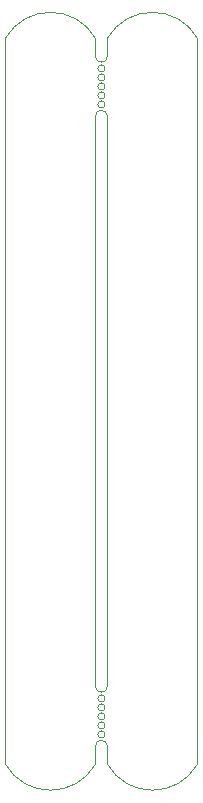
<source format=gbr>
%TF.GenerationSoftware,KiCad,Pcbnew,(6.0.5-0)*%
%TF.CreationDate,2023-05-20T21:44:28+09:00*%
%TF.ProjectId,pico-ski-board,7069636f-2d73-46b6-992d-626f6172642e,rev?*%
%TF.SameCoordinates,Original*%
%TF.FileFunction,Profile,NP*%
%FSLAX46Y46*%
G04 Gerber Fmt 4.6, Leading zero omitted, Abs format (unit mm)*
G04 Created by KiCad (PCBNEW (6.0.5-0)) date 2023-05-20 21:44:28*
%MOMM*%
%LPD*%
G01*
G04 APERTURE LIST*
%TA.AperFunction,Profile*%
%ADD10C,0.100000*%
%TD*%
G04 APERTURE END LIST*
D10*
X112522000Y-96266000D02*
G75*
G03*
X113538000Y-96266000I508000J0D01*
G01*
X113538000Y-101346000D02*
G75*
G03*
X112522000Y-101346000I-508000J0D01*
G01*
X121158000Y-41402000D02*
G75*
G03*
X113538000Y-41402000I-3810000J-2199706D01*
G01*
X113330000Y-43942000D02*
G75*
G03*
X113330000Y-43942000I-300000J0D01*
G01*
X112522000Y-48006000D02*
X112522000Y-96266000D01*
X113330000Y-44704000D02*
G75*
G03*
X113330000Y-44704000I-300000J0D01*
G01*
X113330000Y-98806000D02*
G75*
G03*
X113330000Y-98806000I-300000J0D01*
G01*
X113538000Y-48006000D02*
G75*
G03*
X112522000Y-48006000I-508000J0D01*
G01*
X113538000Y-41402000D02*
X113538000Y-42926000D01*
X112522000Y-102870000D02*
X112522000Y-101346000D01*
X113330000Y-46990000D02*
G75*
G03*
X113330000Y-46990000I-300000J0D01*
G01*
X113538000Y-102870000D02*
G75*
G03*
X121158000Y-102870000I3810000J2199706D01*
G01*
X104902000Y-102870000D02*
G75*
G03*
X112522000Y-102870000I3810000J2199706D01*
G01*
X113330000Y-98044000D02*
G75*
G03*
X113330000Y-98044000I-300000J0D01*
G01*
X112522000Y-42926000D02*
G75*
G03*
X113538000Y-42926000I508000J0D01*
G01*
X121158000Y-41402000D02*
X121158000Y-102870000D01*
X112522000Y-41402000D02*
X112522000Y-42926000D01*
X113330000Y-45466000D02*
G75*
G03*
X113330000Y-45466000I-300000J0D01*
G01*
X113538000Y-102870000D02*
X113538000Y-101346000D01*
X113538000Y-48006000D02*
X113538000Y-96266000D01*
X112522000Y-41402000D02*
G75*
G03*
X104902000Y-41402000I-3810000J-2199706D01*
G01*
X113330000Y-46228000D02*
G75*
G03*
X113330000Y-46228000I-300000J0D01*
G01*
X113330000Y-99568000D02*
G75*
G03*
X113330000Y-99568000I-300000J0D01*
G01*
X113330000Y-100330000D02*
G75*
G03*
X113330000Y-100330000I-300000J0D01*
G01*
X113330000Y-97282000D02*
G75*
G03*
X113330000Y-97282000I-300000J0D01*
G01*
X104902000Y-41402000D02*
X104902000Y-102870000D01*
M02*

</source>
